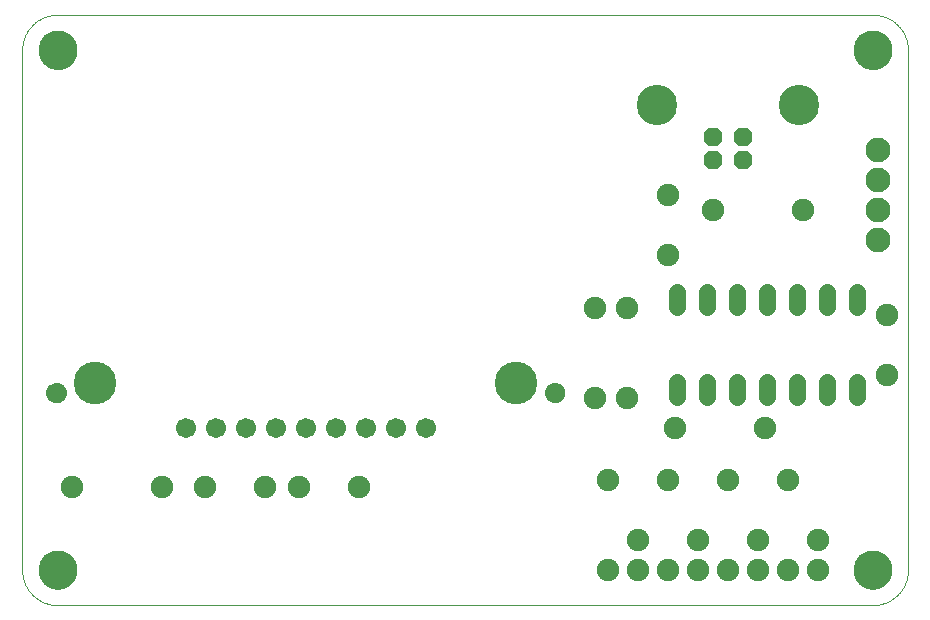
<source format=gbs>
G75*
%MOIN*%
%OFA0B0*%
%FSLAX25Y25*%
%IPPOS*%
%LPD*%
%AMOC8*
5,1,8,0,0,1.08239X$1,22.5*
%
%ADD10C,0.00000*%
%ADD11C,0.12998*%
%ADD12C,0.07487*%
%ADD13C,0.05600*%
%ADD14OC8,0.06140*%
%ADD15C,0.13455*%
%ADD16C,0.08274*%
%ADD17C,0.06699*%
%ADD18C,0.14180*%
D10*
X0017535Y0005724D02*
X0289189Y0005724D01*
X0282890Y0017535D02*
X0282892Y0017693D01*
X0282898Y0017851D01*
X0282908Y0018009D01*
X0282922Y0018167D01*
X0282940Y0018324D01*
X0282961Y0018481D01*
X0282987Y0018637D01*
X0283017Y0018793D01*
X0283050Y0018948D01*
X0283088Y0019101D01*
X0283129Y0019254D01*
X0283174Y0019406D01*
X0283223Y0019557D01*
X0283276Y0019706D01*
X0283332Y0019854D01*
X0283392Y0020000D01*
X0283456Y0020145D01*
X0283524Y0020288D01*
X0283595Y0020430D01*
X0283669Y0020570D01*
X0283747Y0020707D01*
X0283829Y0020843D01*
X0283913Y0020977D01*
X0284002Y0021108D01*
X0284093Y0021237D01*
X0284188Y0021364D01*
X0284285Y0021489D01*
X0284386Y0021611D01*
X0284490Y0021730D01*
X0284597Y0021847D01*
X0284707Y0021961D01*
X0284820Y0022072D01*
X0284935Y0022181D01*
X0285053Y0022286D01*
X0285174Y0022388D01*
X0285297Y0022488D01*
X0285423Y0022584D01*
X0285551Y0022677D01*
X0285681Y0022767D01*
X0285814Y0022853D01*
X0285949Y0022937D01*
X0286085Y0023016D01*
X0286224Y0023093D01*
X0286365Y0023165D01*
X0286507Y0023235D01*
X0286651Y0023300D01*
X0286797Y0023362D01*
X0286944Y0023420D01*
X0287093Y0023475D01*
X0287243Y0023526D01*
X0287394Y0023573D01*
X0287546Y0023616D01*
X0287699Y0023655D01*
X0287854Y0023691D01*
X0288009Y0023722D01*
X0288165Y0023750D01*
X0288321Y0023774D01*
X0288478Y0023794D01*
X0288636Y0023810D01*
X0288793Y0023822D01*
X0288952Y0023830D01*
X0289110Y0023834D01*
X0289268Y0023834D01*
X0289426Y0023830D01*
X0289585Y0023822D01*
X0289742Y0023810D01*
X0289900Y0023794D01*
X0290057Y0023774D01*
X0290213Y0023750D01*
X0290369Y0023722D01*
X0290524Y0023691D01*
X0290679Y0023655D01*
X0290832Y0023616D01*
X0290984Y0023573D01*
X0291135Y0023526D01*
X0291285Y0023475D01*
X0291434Y0023420D01*
X0291581Y0023362D01*
X0291727Y0023300D01*
X0291871Y0023235D01*
X0292013Y0023165D01*
X0292154Y0023093D01*
X0292293Y0023016D01*
X0292429Y0022937D01*
X0292564Y0022853D01*
X0292697Y0022767D01*
X0292827Y0022677D01*
X0292955Y0022584D01*
X0293081Y0022488D01*
X0293204Y0022388D01*
X0293325Y0022286D01*
X0293443Y0022181D01*
X0293558Y0022072D01*
X0293671Y0021961D01*
X0293781Y0021847D01*
X0293888Y0021730D01*
X0293992Y0021611D01*
X0294093Y0021489D01*
X0294190Y0021364D01*
X0294285Y0021237D01*
X0294376Y0021108D01*
X0294465Y0020977D01*
X0294549Y0020843D01*
X0294631Y0020707D01*
X0294709Y0020570D01*
X0294783Y0020430D01*
X0294854Y0020288D01*
X0294922Y0020145D01*
X0294986Y0020000D01*
X0295046Y0019854D01*
X0295102Y0019706D01*
X0295155Y0019557D01*
X0295204Y0019406D01*
X0295249Y0019254D01*
X0295290Y0019101D01*
X0295328Y0018948D01*
X0295361Y0018793D01*
X0295391Y0018637D01*
X0295417Y0018481D01*
X0295438Y0018324D01*
X0295456Y0018167D01*
X0295470Y0018009D01*
X0295480Y0017851D01*
X0295486Y0017693D01*
X0295488Y0017535D01*
X0295486Y0017377D01*
X0295480Y0017219D01*
X0295470Y0017061D01*
X0295456Y0016903D01*
X0295438Y0016746D01*
X0295417Y0016589D01*
X0295391Y0016433D01*
X0295361Y0016277D01*
X0295328Y0016122D01*
X0295290Y0015969D01*
X0295249Y0015816D01*
X0295204Y0015664D01*
X0295155Y0015513D01*
X0295102Y0015364D01*
X0295046Y0015216D01*
X0294986Y0015070D01*
X0294922Y0014925D01*
X0294854Y0014782D01*
X0294783Y0014640D01*
X0294709Y0014500D01*
X0294631Y0014363D01*
X0294549Y0014227D01*
X0294465Y0014093D01*
X0294376Y0013962D01*
X0294285Y0013833D01*
X0294190Y0013706D01*
X0294093Y0013581D01*
X0293992Y0013459D01*
X0293888Y0013340D01*
X0293781Y0013223D01*
X0293671Y0013109D01*
X0293558Y0012998D01*
X0293443Y0012889D01*
X0293325Y0012784D01*
X0293204Y0012682D01*
X0293081Y0012582D01*
X0292955Y0012486D01*
X0292827Y0012393D01*
X0292697Y0012303D01*
X0292564Y0012217D01*
X0292429Y0012133D01*
X0292293Y0012054D01*
X0292154Y0011977D01*
X0292013Y0011905D01*
X0291871Y0011835D01*
X0291727Y0011770D01*
X0291581Y0011708D01*
X0291434Y0011650D01*
X0291285Y0011595D01*
X0291135Y0011544D01*
X0290984Y0011497D01*
X0290832Y0011454D01*
X0290679Y0011415D01*
X0290524Y0011379D01*
X0290369Y0011348D01*
X0290213Y0011320D01*
X0290057Y0011296D01*
X0289900Y0011276D01*
X0289742Y0011260D01*
X0289585Y0011248D01*
X0289426Y0011240D01*
X0289268Y0011236D01*
X0289110Y0011236D01*
X0288952Y0011240D01*
X0288793Y0011248D01*
X0288636Y0011260D01*
X0288478Y0011276D01*
X0288321Y0011296D01*
X0288165Y0011320D01*
X0288009Y0011348D01*
X0287854Y0011379D01*
X0287699Y0011415D01*
X0287546Y0011454D01*
X0287394Y0011497D01*
X0287243Y0011544D01*
X0287093Y0011595D01*
X0286944Y0011650D01*
X0286797Y0011708D01*
X0286651Y0011770D01*
X0286507Y0011835D01*
X0286365Y0011905D01*
X0286224Y0011977D01*
X0286085Y0012054D01*
X0285949Y0012133D01*
X0285814Y0012217D01*
X0285681Y0012303D01*
X0285551Y0012393D01*
X0285423Y0012486D01*
X0285297Y0012582D01*
X0285174Y0012682D01*
X0285053Y0012784D01*
X0284935Y0012889D01*
X0284820Y0012998D01*
X0284707Y0013109D01*
X0284597Y0013223D01*
X0284490Y0013340D01*
X0284386Y0013459D01*
X0284285Y0013581D01*
X0284188Y0013706D01*
X0284093Y0013833D01*
X0284002Y0013962D01*
X0283913Y0014093D01*
X0283829Y0014227D01*
X0283747Y0014363D01*
X0283669Y0014500D01*
X0283595Y0014640D01*
X0283524Y0014782D01*
X0283456Y0014925D01*
X0283392Y0015070D01*
X0283332Y0015216D01*
X0283276Y0015364D01*
X0283223Y0015513D01*
X0283174Y0015664D01*
X0283129Y0015816D01*
X0283088Y0015969D01*
X0283050Y0016122D01*
X0283017Y0016277D01*
X0282987Y0016433D01*
X0282961Y0016589D01*
X0282940Y0016746D01*
X0282922Y0016903D01*
X0282908Y0017061D01*
X0282898Y0017219D01*
X0282892Y0017377D01*
X0282890Y0017535D01*
X0289189Y0005724D02*
X0289474Y0005727D01*
X0289760Y0005738D01*
X0290045Y0005755D01*
X0290329Y0005779D01*
X0290613Y0005810D01*
X0290896Y0005848D01*
X0291177Y0005893D01*
X0291458Y0005944D01*
X0291738Y0006002D01*
X0292016Y0006067D01*
X0292292Y0006139D01*
X0292566Y0006217D01*
X0292839Y0006302D01*
X0293109Y0006394D01*
X0293377Y0006492D01*
X0293643Y0006596D01*
X0293906Y0006707D01*
X0294166Y0006824D01*
X0294424Y0006947D01*
X0294678Y0007077D01*
X0294929Y0007213D01*
X0295177Y0007354D01*
X0295421Y0007502D01*
X0295662Y0007655D01*
X0295898Y0007815D01*
X0296131Y0007980D01*
X0296360Y0008150D01*
X0296585Y0008326D01*
X0296805Y0008508D01*
X0297021Y0008694D01*
X0297232Y0008886D01*
X0297439Y0009083D01*
X0297641Y0009285D01*
X0297838Y0009492D01*
X0298030Y0009703D01*
X0298216Y0009919D01*
X0298398Y0010139D01*
X0298574Y0010364D01*
X0298744Y0010593D01*
X0298909Y0010826D01*
X0299069Y0011062D01*
X0299222Y0011303D01*
X0299370Y0011547D01*
X0299511Y0011795D01*
X0299647Y0012046D01*
X0299777Y0012300D01*
X0299900Y0012558D01*
X0300017Y0012818D01*
X0300128Y0013081D01*
X0300232Y0013347D01*
X0300330Y0013615D01*
X0300422Y0013885D01*
X0300507Y0014158D01*
X0300585Y0014432D01*
X0300657Y0014708D01*
X0300722Y0014986D01*
X0300780Y0015266D01*
X0300831Y0015547D01*
X0300876Y0015828D01*
X0300914Y0016111D01*
X0300945Y0016395D01*
X0300969Y0016679D01*
X0300986Y0016964D01*
X0300997Y0017250D01*
X0301000Y0017535D01*
X0301000Y0190764D01*
X0282890Y0190764D02*
X0282892Y0190922D01*
X0282898Y0191080D01*
X0282908Y0191238D01*
X0282922Y0191396D01*
X0282940Y0191553D01*
X0282961Y0191710D01*
X0282987Y0191866D01*
X0283017Y0192022D01*
X0283050Y0192177D01*
X0283088Y0192330D01*
X0283129Y0192483D01*
X0283174Y0192635D01*
X0283223Y0192786D01*
X0283276Y0192935D01*
X0283332Y0193083D01*
X0283392Y0193229D01*
X0283456Y0193374D01*
X0283524Y0193517D01*
X0283595Y0193659D01*
X0283669Y0193799D01*
X0283747Y0193936D01*
X0283829Y0194072D01*
X0283913Y0194206D01*
X0284002Y0194337D01*
X0284093Y0194466D01*
X0284188Y0194593D01*
X0284285Y0194718D01*
X0284386Y0194840D01*
X0284490Y0194959D01*
X0284597Y0195076D01*
X0284707Y0195190D01*
X0284820Y0195301D01*
X0284935Y0195410D01*
X0285053Y0195515D01*
X0285174Y0195617D01*
X0285297Y0195717D01*
X0285423Y0195813D01*
X0285551Y0195906D01*
X0285681Y0195996D01*
X0285814Y0196082D01*
X0285949Y0196166D01*
X0286085Y0196245D01*
X0286224Y0196322D01*
X0286365Y0196394D01*
X0286507Y0196464D01*
X0286651Y0196529D01*
X0286797Y0196591D01*
X0286944Y0196649D01*
X0287093Y0196704D01*
X0287243Y0196755D01*
X0287394Y0196802D01*
X0287546Y0196845D01*
X0287699Y0196884D01*
X0287854Y0196920D01*
X0288009Y0196951D01*
X0288165Y0196979D01*
X0288321Y0197003D01*
X0288478Y0197023D01*
X0288636Y0197039D01*
X0288793Y0197051D01*
X0288952Y0197059D01*
X0289110Y0197063D01*
X0289268Y0197063D01*
X0289426Y0197059D01*
X0289585Y0197051D01*
X0289742Y0197039D01*
X0289900Y0197023D01*
X0290057Y0197003D01*
X0290213Y0196979D01*
X0290369Y0196951D01*
X0290524Y0196920D01*
X0290679Y0196884D01*
X0290832Y0196845D01*
X0290984Y0196802D01*
X0291135Y0196755D01*
X0291285Y0196704D01*
X0291434Y0196649D01*
X0291581Y0196591D01*
X0291727Y0196529D01*
X0291871Y0196464D01*
X0292013Y0196394D01*
X0292154Y0196322D01*
X0292293Y0196245D01*
X0292429Y0196166D01*
X0292564Y0196082D01*
X0292697Y0195996D01*
X0292827Y0195906D01*
X0292955Y0195813D01*
X0293081Y0195717D01*
X0293204Y0195617D01*
X0293325Y0195515D01*
X0293443Y0195410D01*
X0293558Y0195301D01*
X0293671Y0195190D01*
X0293781Y0195076D01*
X0293888Y0194959D01*
X0293992Y0194840D01*
X0294093Y0194718D01*
X0294190Y0194593D01*
X0294285Y0194466D01*
X0294376Y0194337D01*
X0294465Y0194206D01*
X0294549Y0194072D01*
X0294631Y0193936D01*
X0294709Y0193799D01*
X0294783Y0193659D01*
X0294854Y0193517D01*
X0294922Y0193374D01*
X0294986Y0193229D01*
X0295046Y0193083D01*
X0295102Y0192935D01*
X0295155Y0192786D01*
X0295204Y0192635D01*
X0295249Y0192483D01*
X0295290Y0192330D01*
X0295328Y0192177D01*
X0295361Y0192022D01*
X0295391Y0191866D01*
X0295417Y0191710D01*
X0295438Y0191553D01*
X0295456Y0191396D01*
X0295470Y0191238D01*
X0295480Y0191080D01*
X0295486Y0190922D01*
X0295488Y0190764D01*
X0295486Y0190606D01*
X0295480Y0190448D01*
X0295470Y0190290D01*
X0295456Y0190132D01*
X0295438Y0189975D01*
X0295417Y0189818D01*
X0295391Y0189662D01*
X0295361Y0189506D01*
X0295328Y0189351D01*
X0295290Y0189198D01*
X0295249Y0189045D01*
X0295204Y0188893D01*
X0295155Y0188742D01*
X0295102Y0188593D01*
X0295046Y0188445D01*
X0294986Y0188299D01*
X0294922Y0188154D01*
X0294854Y0188011D01*
X0294783Y0187869D01*
X0294709Y0187729D01*
X0294631Y0187592D01*
X0294549Y0187456D01*
X0294465Y0187322D01*
X0294376Y0187191D01*
X0294285Y0187062D01*
X0294190Y0186935D01*
X0294093Y0186810D01*
X0293992Y0186688D01*
X0293888Y0186569D01*
X0293781Y0186452D01*
X0293671Y0186338D01*
X0293558Y0186227D01*
X0293443Y0186118D01*
X0293325Y0186013D01*
X0293204Y0185911D01*
X0293081Y0185811D01*
X0292955Y0185715D01*
X0292827Y0185622D01*
X0292697Y0185532D01*
X0292564Y0185446D01*
X0292429Y0185362D01*
X0292293Y0185283D01*
X0292154Y0185206D01*
X0292013Y0185134D01*
X0291871Y0185064D01*
X0291727Y0184999D01*
X0291581Y0184937D01*
X0291434Y0184879D01*
X0291285Y0184824D01*
X0291135Y0184773D01*
X0290984Y0184726D01*
X0290832Y0184683D01*
X0290679Y0184644D01*
X0290524Y0184608D01*
X0290369Y0184577D01*
X0290213Y0184549D01*
X0290057Y0184525D01*
X0289900Y0184505D01*
X0289742Y0184489D01*
X0289585Y0184477D01*
X0289426Y0184469D01*
X0289268Y0184465D01*
X0289110Y0184465D01*
X0288952Y0184469D01*
X0288793Y0184477D01*
X0288636Y0184489D01*
X0288478Y0184505D01*
X0288321Y0184525D01*
X0288165Y0184549D01*
X0288009Y0184577D01*
X0287854Y0184608D01*
X0287699Y0184644D01*
X0287546Y0184683D01*
X0287394Y0184726D01*
X0287243Y0184773D01*
X0287093Y0184824D01*
X0286944Y0184879D01*
X0286797Y0184937D01*
X0286651Y0184999D01*
X0286507Y0185064D01*
X0286365Y0185134D01*
X0286224Y0185206D01*
X0286085Y0185283D01*
X0285949Y0185362D01*
X0285814Y0185446D01*
X0285681Y0185532D01*
X0285551Y0185622D01*
X0285423Y0185715D01*
X0285297Y0185811D01*
X0285174Y0185911D01*
X0285053Y0186013D01*
X0284935Y0186118D01*
X0284820Y0186227D01*
X0284707Y0186338D01*
X0284597Y0186452D01*
X0284490Y0186569D01*
X0284386Y0186688D01*
X0284285Y0186810D01*
X0284188Y0186935D01*
X0284093Y0187062D01*
X0284002Y0187191D01*
X0283913Y0187322D01*
X0283829Y0187456D01*
X0283747Y0187592D01*
X0283669Y0187729D01*
X0283595Y0187869D01*
X0283524Y0188011D01*
X0283456Y0188154D01*
X0283392Y0188299D01*
X0283332Y0188445D01*
X0283276Y0188593D01*
X0283223Y0188742D01*
X0283174Y0188893D01*
X0283129Y0189045D01*
X0283088Y0189198D01*
X0283050Y0189351D01*
X0283017Y0189506D01*
X0282987Y0189662D01*
X0282961Y0189818D01*
X0282940Y0189975D01*
X0282922Y0190132D01*
X0282908Y0190290D01*
X0282898Y0190448D01*
X0282892Y0190606D01*
X0282890Y0190764D01*
X0289189Y0202575D02*
X0289474Y0202572D01*
X0289760Y0202561D01*
X0290045Y0202544D01*
X0290329Y0202520D01*
X0290613Y0202489D01*
X0290896Y0202451D01*
X0291177Y0202406D01*
X0291458Y0202355D01*
X0291738Y0202297D01*
X0292016Y0202232D01*
X0292292Y0202160D01*
X0292566Y0202082D01*
X0292839Y0201997D01*
X0293109Y0201905D01*
X0293377Y0201807D01*
X0293643Y0201703D01*
X0293906Y0201592D01*
X0294166Y0201475D01*
X0294424Y0201352D01*
X0294678Y0201222D01*
X0294929Y0201086D01*
X0295177Y0200945D01*
X0295421Y0200797D01*
X0295662Y0200644D01*
X0295898Y0200484D01*
X0296131Y0200319D01*
X0296360Y0200149D01*
X0296585Y0199973D01*
X0296805Y0199791D01*
X0297021Y0199605D01*
X0297232Y0199413D01*
X0297439Y0199216D01*
X0297641Y0199014D01*
X0297838Y0198807D01*
X0298030Y0198596D01*
X0298216Y0198380D01*
X0298398Y0198160D01*
X0298574Y0197935D01*
X0298744Y0197706D01*
X0298909Y0197473D01*
X0299069Y0197237D01*
X0299222Y0196996D01*
X0299370Y0196752D01*
X0299511Y0196504D01*
X0299647Y0196253D01*
X0299777Y0195999D01*
X0299900Y0195741D01*
X0300017Y0195481D01*
X0300128Y0195218D01*
X0300232Y0194952D01*
X0300330Y0194684D01*
X0300422Y0194414D01*
X0300507Y0194141D01*
X0300585Y0193867D01*
X0300657Y0193591D01*
X0300722Y0193313D01*
X0300780Y0193033D01*
X0300831Y0192752D01*
X0300876Y0192471D01*
X0300914Y0192188D01*
X0300945Y0191904D01*
X0300969Y0191620D01*
X0300986Y0191335D01*
X0300997Y0191049D01*
X0301000Y0190764D01*
X0289189Y0202575D02*
X0017535Y0202575D01*
X0011236Y0190764D02*
X0011238Y0190922D01*
X0011244Y0191080D01*
X0011254Y0191238D01*
X0011268Y0191396D01*
X0011286Y0191553D01*
X0011307Y0191710D01*
X0011333Y0191866D01*
X0011363Y0192022D01*
X0011396Y0192177D01*
X0011434Y0192330D01*
X0011475Y0192483D01*
X0011520Y0192635D01*
X0011569Y0192786D01*
X0011622Y0192935D01*
X0011678Y0193083D01*
X0011738Y0193229D01*
X0011802Y0193374D01*
X0011870Y0193517D01*
X0011941Y0193659D01*
X0012015Y0193799D01*
X0012093Y0193936D01*
X0012175Y0194072D01*
X0012259Y0194206D01*
X0012348Y0194337D01*
X0012439Y0194466D01*
X0012534Y0194593D01*
X0012631Y0194718D01*
X0012732Y0194840D01*
X0012836Y0194959D01*
X0012943Y0195076D01*
X0013053Y0195190D01*
X0013166Y0195301D01*
X0013281Y0195410D01*
X0013399Y0195515D01*
X0013520Y0195617D01*
X0013643Y0195717D01*
X0013769Y0195813D01*
X0013897Y0195906D01*
X0014027Y0195996D01*
X0014160Y0196082D01*
X0014295Y0196166D01*
X0014431Y0196245D01*
X0014570Y0196322D01*
X0014711Y0196394D01*
X0014853Y0196464D01*
X0014997Y0196529D01*
X0015143Y0196591D01*
X0015290Y0196649D01*
X0015439Y0196704D01*
X0015589Y0196755D01*
X0015740Y0196802D01*
X0015892Y0196845D01*
X0016045Y0196884D01*
X0016200Y0196920D01*
X0016355Y0196951D01*
X0016511Y0196979D01*
X0016667Y0197003D01*
X0016824Y0197023D01*
X0016982Y0197039D01*
X0017139Y0197051D01*
X0017298Y0197059D01*
X0017456Y0197063D01*
X0017614Y0197063D01*
X0017772Y0197059D01*
X0017931Y0197051D01*
X0018088Y0197039D01*
X0018246Y0197023D01*
X0018403Y0197003D01*
X0018559Y0196979D01*
X0018715Y0196951D01*
X0018870Y0196920D01*
X0019025Y0196884D01*
X0019178Y0196845D01*
X0019330Y0196802D01*
X0019481Y0196755D01*
X0019631Y0196704D01*
X0019780Y0196649D01*
X0019927Y0196591D01*
X0020073Y0196529D01*
X0020217Y0196464D01*
X0020359Y0196394D01*
X0020500Y0196322D01*
X0020639Y0196245D01*
X0020775Y0196166D01*
X0020910Y0196082D01*
X0021043Y0195996D01*
X0021173Y0195906D01*
X0021301Y0195813D01*
X0021427Y0195717D01*
X0021550Y0195617D01*
X0021671Y0195515D01*
X0021789Y0195410D01*
X0021904Y0195301D01*
X0022017Y0195190D01*
X0022127Y0195076D01*
X0022234Y0194959D01*
X0022338Y0194840D01*
X0022439Y0194718D01*
X0022536Y0194593D01*
X0022631Y0194466D01*
X0022722Y0194337D01*
X0022811Y0194206D01*
X0022895Y0194072D01*
X0022977Y0193936D01*
X0023055Y0193799D01*
X0023129Y0193659D01*
X0023200Y0193517D01*
X0023268Y0193374D01*
X0023332Y0193229D01*
X0023392Y0193083D01*
X0023448Y0192935D01*
X0023501Y0192786D01*
X0023550Y0192635D01*
X0023595Y0192483D01*
X0023636Y0192330D01*
X0023674Y0192177D01*
X0023707Y0192022D01*
X0023737Y0191866D01*
X0023763Y0191710D01*
X0023784Y0191553D01*
X0023802Y0191396D01*
X0023816Y0191238D01*
X0023826Y0191080D01*
X0023832Y0190922D01*
X0023834Y0190764D01*
X0023832Y0190606D01*
X0023826Y0190448D01*
X0023816Y0190290D01*
X0023802Y0190132D01*
X0023784Y0189975D01*
X0023763Y0189818D01*
X0023737Y0189662D01*
X0023707Y0189506D01*
X0023674Y0189351D01*
X0023636Y0189198D01*
X0023595Y0189045D01*
X0023550Y0188893D01*
X0023501Y0188742D01*
X0023448Y0188593D01*
X0023392Y0188445D01*
X0023332Y0188299D01*
X0023268Y0188154D01*
X0023200Y0188011D01*
X0023129Y0187869D01*
X0023055Y0187729D01*
X0022977Y0187592D01*
X0022895Y0187456D01*
X0022811Y0187322D01*
X0022722Y0187191D01*
X0022631Y0187062D01*
X0022536Y0186935D01*
X0022439Y0186810D01*
X0022338Y0186688D01*
X0022234Y0186569D01*
X0022127Y0186452D01*
X0022017Y0186338D01*
X0021904Y0186227D01*
X0021789Y0186118D01*
X0021671Y0186013D01*
X0021550Y0185911D01*
X0021427Y0185811D01*
X0021301Y0185715D01*
X0021173Y0185622D01*
X0021043Y0185532D01*
X0020910Y0185446D01*
X0020775Y0185362D01*
X0020639Y0185283D01*
X0020500Y0185206D01*
X0020359Y0185134D01*
X0020217Y0185064D01*
X0020073Y0184999D01*
X0019927Y0184937D01*
X0019780Y0184879D01*
X0019631Y0184824D01*
X0019481Y0184773D01*
X0019330Y0184726D01*
X0019178Y0184683D01*
X0019025Y0184644D01*
X0018870Y0184608D01*
X0018715Y0184577D01*
X0018559Y0184549D01*
X0018403Y0184525D01*
X0018246Y0184505D01*
X0018088Y0184489D01*
X0017931Y0184477D01*
X0017772Y0184469D01*
X0017614Y0184465D01*
X0017456Y0184465D01*
X0017298Y0184469D01*
X0017139Y0184477D01*
X0016982Y0184489D01*
X0016824Y0184505D01*
X0016667Y0184525D01*
X0016511Y0184549D01*
X0016355Y0184577D01*
X0016200Y0184608D01*
X0016045Y0184644D01*
X0015892Y0184683D01*
X0015740Y0184726D01*
X0015589Y0184773D01*
X0015439Y0184824D01*
X0015290Y0184879D01*
X0015143Y0184937D01*
X0014997Y0184999D01*
X0014853Y0185064D01*
X0014711Y0185134D01*
X0014570Y0185206D01*
X0014431Y0185283D01*
X0014295Y0185362D01*
X0014160Y0185446D01*
X0014027Y0185532D01*
X0013897Y0185622D01*
X0013769Y0185715D01*
X0013643Y0185811D01*
X0013520Y0185911D01*
X0013399Y0186013D01*
X0013281Y0186118D01*
X0013166Y0186227D01*
X0013053Y0186338D01*
X0012943Y0186452D01*
X0012836Y0186569D01*
X0012732Y0186688D01*
X0012631Y0186810D01*
X0012534Y0186935D01*
X0012439Y0187062D01*
X0012348Y0187191D01*
X0012259Y0187322D01*
X0012175Y0187456D01*
X0012093Y0187592D01*
X0012015Y0187729D01*
X0011941Y0187869D01*
X0011870Y0188011D01*
X0011802Y0188154D01*
X0011738Y0188299D01*
X0011678Y0188445D01*
X0011622Y0188593D01*
X0011569Y0188742D01*
X0011520Y0188893D01*
X0011475Y0189045D01*
X0011434Y0189198D01*
X0011396Y0189351D01*
X0011363Y0189506D01*
X0011333Y0189662D01*
X0011307Y0189818D01*
X0011286Y0189975D01*
X0011268Y0190132D01*
X0011254Y0190290D01*
X0011244Y0190448D01*
X0011238Y0190606D01*
X0011236Y0190764D01*
X0005724Y0190764D02*
X0005724Y0017535D01*
X0011236Y0017535D02*
X0011238Y0017693D01*
X0011244Y0017851D01*
X0011254Y0018009D01*
X0011268Y0018167D01*
X0011286Y0018324D01*
X0011307Y0018481D01*
X0011333Y0018637D01*
X0011363Y0018793D01*
X0011396Y0018948D01*
X0011434Y0019101D01*
X0011475Y0019254D01*
X0011520Y0019406D01*
X0011569Y0019557D01*
X0011622Y0019706D01*
X0011678Y0019854D01*
X0011738Y0020000D01*
X0011802Y0020145D01*
X0011870Y0020288D01*
X0011941Y0020430D01*
X0012015Y0020570D01*
X0012093Y0020707D01*
X0012175Y0020843D01*
X0012259Y0020977D01*
X0012348Y0021108D01*
X0012439Y0021237D01*
X0012534Y0021364D01*
X0012631Y0021489D01*
X0012732Y0021611D01*
X0012836Y0021730D01*
X0012943Y0021847D01*
X0013053Y0021961D01*
X0013166Y0022072D01*
X0013281Y0022181D01*
X0013399Y0022286D01*
X0013520Y0022388D01*
X0013643Y0022488D01*
X0013769Y0022584D01*
X0013897Y0022677D01*
X0014027Y0022767D01*
X0014160Y0022853D01*
X0014295Y0022937D01*
X0014431Y0023016D01*
X0014570Y0023093D01*
X0014711Y0023165D01*
X0014853Y0023235D01*
X0014997Y0023300D01*
X0015143Y0023362D01*
X0015290Y0023420D01*
X0015439Y0023475D01*
X0015589Y0023526D01*
X0015740Y0023573D01*
X0015892Y0023616D01*
X0016045Y0023655D01*
X0016200Y0023691D01*
X0016355Y0023722D01*
X0016511Y0023750D01*
X0016667Y0023774D01*
X0016824Y0023794D01*
X0016982Y0023810D01*
X0017139Y0023822D01*
X0017298Y0023830D01*
X0017456Y0023834D01*
X0017614Y0023834D01*
X0017772Y0023830D01*
X0017931Y0023822D01*
X0018088Y0023810D01*
X0018246Y0023794D01*
X0018403Y0023774D01*
X0018559Y0023750D01*
X0018715Y0023722D01*
X0018870Y0023691D01*
X0019025Y0023655D01*
X0019178Y0023616D01*
X0019330Y0023573D01*
X0019481Y0023526D01*
X0019631Y0023475D01*
X0019780Y0023420D01*
X0019927Y0023362D01*
X0020073Y0023300D01*
X0020217Y0023235D01*
X0020359Y0023165D01*
X0020500Y0023093D01*
X0020639Y0023016D01*
X0020775Y0022937D01*
X0020910Y0022853D01*
X0021043Y0022767D01*
X0021173Y0022677D01*
X0021301Y0022584D01*
X0021427Y0022488D01*
X0021550Y0022388D01*
X0021671Y0022286D01*
X0021789Y0022181D01*
X0021904Y0022072D01*
X0022017Y0021961D01*
X0022127Y0021847D01*
X0022234Y0021730D01*
X0022338Y0021611D01*
X0022439Y0021489D01*
X0022536Y0021364D01*
X0022631Y0021237D01*
X0022722Y0021108D01*
X0022811Y0020977D01*
X0022895Y0020843D01*
X0022977Y0020707D01*
X0023055Y0020570D01*
X0023129Y0020430D01*
X0023200Y0020288D01*
X0023268Y0020145D01*
X0023332Y0020000D01*
X0023392Y0019854D01*
X0023448Y0019706D01*
X0023501Y0019557D01*
X0023550Y0019406D01*
X0023595Y0019254D01*
X0023636Y0019101D01*
X0023674Y0018948D01*
X0023707Y0018793D01*
X0023737Y0018637D01*
X0023763Y0018481D01*
X0023784Y0018324D01*
X0023802Y0018167D01*
X0023816Y0018009D01*
X0023826Y0017851D01*
X0023832Y0017693D01*
X0023834Y0017535D01*
X0023832Y0017377D01*
X0023826Y0017219D01*
X0023816Y0017061D01*
X0023802Y0016903D01*
X0023784Y0016746D01*
X0023763Y0016589D01*
X0023737Y0016433D01*
X0023707Y0016277D01*
X0023674Y0016122D01*
X0023636Y0015969D01*
X0023595Y0015816D01*
X0023550Y0015664D01*
X0023501Y0015513D01*
X0023448Y0015364D01*
X0023392Y0015216D01*
X0023332Y0015070D01*
X0023268Y0014925D01*
X0023200Y0014782D01*
X0023129Y0014640D01*
X0023055Y0014500D01*
X0022977Y0014363D01*
X0022895Y0014227D01*
X0022811Y0014093D01*
X0022722Y0013962D01*
X0022631Y0013833D01*
X0022536Y0013706D01*
X0022439Y0013581D01*
X0022338Y0013459D01*
X0022234Y0013340D01*
X0022127Y0013223D01*
X0022017Y0013109D01*
X0021904Y0012998D01*
X0021789Y0012889D01*
X0021671Y0012784D01*
X0021550Y0012682D01*
X0021427Y0012582D01*
X0021301Y0012486D01*
X0021173Y0012393D01*
X0021043Y0012303D01*
X0020910Y0012217D01*
X0020775Y0012133D01*
X0020639Y0012054D01*
X0020500Y0011977D01*
X0020359Y0011905D01*
X0020217Y0011835D01*
X0020073Y0011770D01*
X0019927Y0011708D01*
X0019780Y0011650D01*
X0019631Y0011595D01*
X0019481Y0011544D01*
X0019330Y0011497D01*
X0019178Y0011454D01*
X0019025Y0011415D01*
X0018870Y0011379D01*
X0018715Y0011348D01*
X0018559Y0011320D01*
X0018403Y0011296D01*
X0018246Y0011276D01*
X0018088Y0011260D01*
X0017931Y0011248D01*
X0017772Y0011240D01*
X0017614Y0011236D01*
X0017456Y0011236D01*
X0017298Y0011240D01*
X0017139Y0011248D01*
X0016982Y0011260D01*
X0016824Y0011276D01*
X0016667Y0011296D01*
X0016511Y0011320D01*
X0016355Y0011348D01*
X0016200Y0011379D01*
X0016045Y0011415D01*
X0015892Y0011454D01*
X0015740Y0011497D01*
X0015589Y0011544D01*
X0015439Y0011595D01*
X0015290Y0011650D01*
X0015143Y0011708D01*
X0014997Y0011770D01*
X0014853Y0011835D01*
X0014711Y0011905D01*
X0014570Y0011977D01*
X0014431Y0012054D01*
X0014295Y0012133D01*
X0014160Y0012217D01*
X0014027Y0012303D01*
X0013897Y0012393D01*
X0013769Y0012486D01*
X0013643Y0012582D01*
X0013520Y0012682D01*
X0013399Y0012784D01*
X0013281Y0012889D01*
X0013166Y0012998D01*
X0013053Y0013109D01*
X0012943Y0013223D01*
X0012836Y0013340D01*
X0012732Y0013459D01*
X0012631Y0013581D01*
X0012534Y0013706D01*
X0012439Y0013833D01*
X0012348Y0013962D01*
X0012259Y0014093D01*
X0012175Y0014227D01*
X0012093Y0014363D01*
X0012015Y0014500D01*
X0011941Y0014640D01*
X0011870Y0014782D01*
X0011802Y0014925D01*
X0011738Y0015070D01*
X0011678Y0015216D01*
X0011622Y0015364D01*
X0011569Y0015513D01*
X0011520Y0015664D01*
X0011475Y0015816D01*
X0011434Y0015969D01*
X0011396Y0016122D01*
X0011363Y0016277D01*
X0011333Y0016433D01*
X0011307Y0016589D01*
X0011286Y0016746D01*
X0011268Y0016903D01*
X0011254Y0017061D01*
X0011244Y0017219D01*
X0011238Y0017377D01*
X0011236Y0017535D01*
X0005724Y0017535D02*
X0005727Y0017250D01*
X0005738Y0016964D01*
X0005755Y0016679D01*
X0005779Y0016395D01*
X0005810Y0016111D01*
X0005848Y0015828D01*
X0005893Y0015547D01*
X0005944Y0015266D01*
X0006002Y0014986D01*
X0006067Y0014708D01*
X0006139Y0014432D01*
X0006217Y0014158D01*
X0006302Y0013885D01*
X0006394Y0013615D01*
X0006492Y0013347D01*
X0006596Y0013081D01*
X0006707Y0012818D01*
X0006824Y0012558D01*
X0006947Y0012300D01*
X0007077Y0012046D01*
X0007213Y0011795D01*
X0007354Y0011547D01*
X0007502Y0011303D01*
X0007655Y0011062D01*
X0007815Y0010826D01*
X0007980Y0010593D01*
X0008150Y0010364D01*
X0008326Y0010139D01*
X0008508Y0009919D01*
X0008694Y0009703D01*
X0008886Y0009492D01*
X0009083Y0009285D01*
X0009285Y0009083D01*
X0009492Y0008886D01*
X0009703Y0008694D01*
X0009919Y0008508D01*
X0010139Y0008326D01*
X0010364Y0008150D01*
X0010593Y0007980D01*
X0010826Y0007815D01*
X0011062Y0007655D01*
X0011303Y0007502D01*
X0011547Y0007354D01*
X0011795Y0007213D01*
X0012046Y0007077D01*
X0012300Y0006947D01*
X0012558Y0006824D01*
X0012818Y0006707D01*
X0013081Y0006596D01*
X0013347Y0006492D01*
X0013615Y0006394D01*
X0013885Y0006302D01*
X0014158Y0006217D01*
X0014432Y0006139D01*
X0014708Y0006067D01*
X0014986Y0006002D01*
X0015266Y0005944D01*
X0015547Y0005893D01*
X0015828Y0005848D01*
X0016111Y0005810D01*
X0016395Y0005779D01*
X0016679Y0005755D01*
X0016964Y0005738D01*
X0017250Y0005727D01*
X0017535Y0005724D01*
X0013992Y0076591D02*
X0013994Y0076703D01*
X0014000Y0076814D01*
X0014010Y0076926D01*
X0014024Y0077037D01*
X0014041Y0077147D01*
X0014063Y0077257D01*
X0014089Y0077366D01*
X0014118Y0077474D01*
X0014151Y0077580D01*
X0014188Y0077686D01*
X0014229Y0077790D01*
X0014274Y0077893D01*
X0014322Y0077994D01*
X0014373Y0078093D01*
X0014428Y0078190D01*
X0014487Y0078285D01*
X0014548Y0078379D01*
X0014613Y0078470D01*
X0014682Y0078558D01*
X0014753Y0078644D01*
X0014827Y0078728D01*
X0014905Y0078808D01*
X0014985Y0078886D01*
X0015068Y0078962D01*
X0015153Y0079034D01*
X0015241Y0079103D01*
X0015331Y0079169D01*
X0015424Y0079231D01*
X0015519Y0079291D01*
X0015616Y0079347D01*
X0015714Y0079399D01*
X0015815Y0079448D01*
X0015917Y0079493D01*
X0016021Y0079535D01*
X0016126Y0079573D01*
X0016233Y0079607D01*
X0016340Y0079637D01*
X0016449Y0079664D01*
X0016558Y0079686D01*
X0016669Y0079705D01*
X0016779Y0079720D01*
X0016891Y0079731D01*
X0017002Y0079738D01*
X0017114Y0079741D01*
X0017226Y0079740D01*
X0017338Y0079735D01*
X0017449Y0079726D01*
X0017560Y0079713D01*
X0017671Y0079696D01*
X0017781Y0079676D01*
X0017890Y0079651D01*
X0017998Y0079623D01*
X0018105Y0079590D01*
X0018211Y0079554D01*
X0018315Y0079514D01*
X0018418Y0079471D01*
X0018520Y0079424D01*
X0018619Y0079373D01*
X0018717Y0079319D01*
X0018813Y0079261D01*
X0018907Y0079200D01*
X0018998Y0079136D01*
X0019087Y0079069D01*
X0019174Y0078998D01*
X0019258Y0078924D01*
X0019340Y0078848D01*
X0019418Y0078768D01*
X0019494Y0078686D01*
X0019567Y0078601D01*
X0019637Y0078514D01*
X0019703Y0078424D01*
X0019767Y0078332D01*
X0019827Y0078238D01*
X0019884Y0078142D01*
X0019937Y0078043D01*
X0019987Y0077943D01*
X0020033Y0077842D01*
X0020076Y0077738D01*
X0020115Y0077633D01*
X0020150Y0077527D01*
X0020181Y0077420D01*
X0020209Y0077311D01*
X0020232Y0077202D01*
X0020252Y0077092D01*
X0020268Y0076981D01*
X0020280Y0076870D01*
X0020288Y0076759D01*
X0020292Y0076647D01*
X0020292Y0076535D01*
X0020288Y0076423D01*
X0020280Y0076312D01*
X0020268Y0076201D01*
X0020252Y0076090D01*
X0020232Y0075980D01*
X0020209Y0075871D01*
X0020181Y0075762D01*
X0020150Y0075655D01*
X0020115Y0075549D01*
X0020076Y0075444D01*
X0020033Y0075340D01*
X0019987Y0075239D01*
X0019937Y0075139D01*
X0019884Y0075040D01*
X0019827Y0074944D01*
X0019767Y0074850D01*
X0019703Y0074758D01*
X0019637Y0074668D01*
X0019567Y0074581D01*
X0019494Y0074496D01*
X0019418Y0074414D01*
X0019340Y0074334D01*
X0019258Y0074258D01*
X0019174Y0074184D01*
X0019087Y0074113D01*
X0018998Y0074046D01*
X0018907Y0073982D01*
X0018813Y0073921D01*
X0018717Y0073863D01*
X0018619Y0073809D01*
X0018520Y0073758D01*
X0018418Y0073711D01*
X0018315Y0073668D01*
X0018211Y0073628D01*
X0018105Y0073592D01*
X0017998Y0073559D01*
X0017890Y0073531D01*
X0017781Y0073506D01*
X0017671Y0073486D01*
X0017560Y0073469D01*
X0017449Y0073456D01*
X0017338Y0073447D01*
X0017226Y0073442D01*
X0017114Y0073441D01*
X0017002Y0073444D01*
X0016891Y0073451D01*
X0016779Y0073462D01*
X0016669Y0073477D01*
X0016558Y0073496D01*
X0016449Y0073518D01*
X0016340Y0073545D01*
X0016233Y0073575D01*
X0016126Y0073609D01*
X0016021Y0073647D01*
X0015917Y0073689D01*
X0015815Y0073734D01*
X0015714Y0073783D01*
X0015616Y0073835D01*
X0015519Y0073891D01*
X0015424Y0073951D01*
X0015331Y0074013D01*
X0015241Y0074079D01*
X0015153Y0074148D01*
X0015068Y0074220D01*
X0014985Y0074296D01*
X0014905Y0074374D01*
X0014827Y0074454D01*
X0014753Y0074538D01*
X0014682Y0074624D01*
X0014613Y0074712D01*
X0014548Y0074803D01*
X0014487Y0074897D01*
X0014428Y0074992D01*
X0014373Y0075089D01*
X0014322Y0075188D01*
X0014274Y0075289D01*
X0014229Y0075392D01*
X0014188Y0075496D01*
X0014151Y0075602D01*
X0014118Y0075708D01*
X0014089Y0075816D01*
X0014063Y0075925D01*
X0014041Y0076035D01*
X0014024Y0076145D01*
X0014010Y0076256D01*
X0014000Y0076368D01*
X0013994Y0076479D01*
X0013992Y0076591D01*
X0005724Y0190764D02*
X0005727Y0191049D01*
X0005738Y0191335D01*
X0005755Y0191620D01*
X0005779Y0191904D01*
X0005810Y0192188D01*
X0005848Y0192471D01*
X0005893Y0192752D01*
X0005944Y0193033D01*
X0006002Y0193313D01*
X0006067Y0193591D01*
X0006139Y0193867D01*
X0006217Y0194141D01*
X0006302Y0194414D01*
X0006394Y0194684D01*
X0006492Y0194952D01*
X0006596Y0195218D01*
X0006707Y0195481D01*
X0006824Y0195741D01*
X0006947Y0195999D01*
X0007077Y0196253D01*
X0007213Y0196504D01*
X0007354Y0196752D01*
X0007502Y0196996D01*
X0007655Y0197237D01*
X0007815Y0197473D01*
X0007980Y0197706D01*
X0008150Y0197935D01*
X0008326Y0198160D01*
X0008508Y0198380D01*
X0008694Y0198596D01*
X0008886Y0198807D01*
X0009083Y0199014D01*
X0009285Y0199216D01*
X0009492Y0199413D01*
X0009703Y0199605D01*
X0009919Y0199791D01*
X0010139Y0199973D01*
X0010364Y0200149D01*
X0010593Y0200319D01*
X0010826Y0200484D01*
X0011062Y0200644D01*
X0011303Y0200797D01*
X0011547Y0200945D01*
X0011795Y0201086D01*
X0012046Y0201222D01*
X0012300Y0201352D01*
X0012558Y0201475D01*
X0012818Y0201592D01*
X0013081Y0201703D01*
X0013347Y0201807D01*
X0013615Y0201905D01*
X0013885Y0201997D01*
X0014158Y0202082D01*
X0014432Y0202160D01*
X0014708Y0202232D01*
X0014986Y0202297D01*
X0015266Y0202355D01*
X0015547Y0202406D01*
X0015828Y0202451D01*
X0016111Y0202489D01*
X0016395Y0202520D01*
X0016679Y0202544D01*
X0016964Y0202561D01*
X0017250Y0202572D01*
X0017535Y0202575D01*
X0180133Y0076591D02*
X0180135Y0076703D01*
X0180141Y0076814D01*
X0180151Y0076926D01*
X0180165Y0077037D01*
X0180182Y0077147D01*
X0180204Y0077257D01*
X0180230Y0077366D01*
X0180259Y0077474D01*
X0180292Y0077580D01*
X0180329Y0077686D01*
X0180370Y0077790D01*
X0180415Y0077893D01*
X0180463Y0077994D01*
X0180514Y0078093D01*
X0180569Y0078190D01*
X0180628Y0078285D01*
X0180689Y0078379D01*
X0180754Y0078470D01*
X0180823Y0078558D01*
X0180894Y0078644D01*
X0180968Y0078728D01*
X0181046Y0078808D01*
X0181126Y0078886D01*
X0181209Y0078962D01*
X0181294Y0079034D01*
X0181382Y0079103D01*
X0181472Y0079169D01*
X0181565Y0079231D01*
X0181660Y0079291D01*
X0181757Y0079347D01*
X0181855Y0079399D01*
X0181956Y0079448D01*
X0182058Y0079493D01*
X0182162Y0079535D01*
X0182267Y0079573D01*
X0182374Y0079607D01*
X0182481Y0079637D01*
X0182590Y0079664D01*
X0182699Y0079686D01*
X0182810Y0079705D01*
X0182920Y0079720D01*
X0183032Y0079731D01*
X0183143Y0079738D01*
X0183255Y0079741D01*
X0183367Y0079740D01*
X0183479Y0079735D01*
X0183590Y0079726D01*
X0183701Y0079713D01*
X0183812Y0079696D01*
X0183922Y0079676D01*
X0184031Y0079651D01*
X0184139Y0079623D01*
X0184246Y0079590D01*
X0184352Y0079554D01*
X0184456Y0079514D01*
X0184559Y0079471D01*
X0184661Y0079424D01*
X0184760Y0079373D01*
X0184858Y0079319D01*
X0184954Y0079261D01*
X0185048Y0079200D01*
X0185139Y0079136D01*
X0185228Y0079069D01*
X0185315Y0078998D01*
X0185399Y0078924D01*
X0185481Y0078848D01*
X0185559Y0078768D01*
X0185635Y0078686D01*
X0185708Y0078601D01*
X0185778Y0078514D01*
X0185844Y0078424D01*
X0185908Y0078332D01*
X0185968Y0078238D01*
X0186025Y0078142D01*
X0186078Y0078043D01*
X0186128Y0077943D01*
X0186174Y0077842D01*
X0186217Y0077738D01*
X0186256Y0077633D01*
X0186291Y0077527D01*
X0186322Y0077420D01*
X0186350Y0077311D01*
X0186373Y0077202D01*
X0186393Y0077092D01*
X0186409Y0076981D01*
X0186421Y0076870D01*
X0186429Y0076759D01*
X0186433Y0076647D01*
X0186433Y0076535D01*
X0186429Y0076423D01*
X0186421Y0076312D01*
X0186409Y0076201D01*
X0186393Y0076090D01*
X0186373Y0075980D01*
X0186350Y0075871D01*
X0186322Y0075762D01*
X0186291Y0075655D01*
X0186256Y0075549D01*
X0186217Y0075444D01*
X0186174Y0075340D01*
X0186128Y0075239D01*
X0186078Y0075139D01*
X0186025Y0075040D01*
X0185968Y0074944D01*
X0185908Y0074850D01*
X0185844Y0074758D01*
X0185778Y0074668D01*
X0185708Y0074581D01*
X0185635Y0074496D01*
X0185559Y0074414D01*
X0185481Y0074334D01*
X0185399Y0074258D01*
X0185315Y0074184D01*
X0185228Y0074113D01*
X0185139Y0074046D01*
X0185048Y0073982D01*
X0184954Y0073921D01*
X0184858Y0073863D01*
X0184760Y0073809D01*
X0184661Y0073758D01*
X0184559Y0073711D01*
X0184456Y0073668D01*
X0184352Y0073628D01*
X0184246Y0073592D01*
X0184139Y0073559D01*
X0184031Y0073531D01*
X0183922Y0073506D01*
X0183812Y0073486D01*
X0183701Y0073469D01*
X0183590Y0073456D01*
X0183479Y0073447D01*
X0183367Y0073442D01*
X0183255Y0073441D01*
X0183143Y0073444D01*
X0183032Y0073451D01*
X0182920Y0073462D01*
X0182810Y0073477D01*
X0182699Y0073496D01*
X0182590Y0073518D01*
X0182481Y0073545D01*
X0182374Y0073575D01*
X0182267Y0073609D01*
X0182162Y0073647D01*
X0182058Y0073689D01*
X0181956Y0073734D01*
X0181855Y0073783D01*
X0181757Y0073835D01*
X0181660Y0073891D01*
X0181565Y0073951D01*
X0181472Y0074013D01*
X0181382Y0074079D01*
X0181294Y0074148D01*
X0181209Y0074220D01*
X0181126Y0074296D01*
X0181046Y0074374D01*
X0180968Y0074454D01*
X0180894Y0074538D01*
X0180823Y0074624D01*
X0180754Y0074712D01*
X0180689Y0074803D01*
X0180628Y0074897D01*
X0180569Y0074992D01*
X0180514Y0075089D01*
X0180463Y0075188D01*
X0180415Y0075289D01*
X0180370Y0075392D01*
X0180329Y0075496D01*
X0180292Y0075602D01*
X0180259Y0075708D01*
X0180230Y0075816D01*
X0180204Y0075925D01*
X0180182Y0076035D01*
X0180165Y0076145D01*
X0180151Y0076256D01*
X0180141Y0076368D01*
X0180135Y0076479D01*
X0180133Y0076591D01*
D11*
X0289189Y0017535D03*
X0289189Y0190764D03*
X0017535Y0190764D03*
X0017535Y0017535D03*
D12*
X0022220Y0045094D03*
X0052220Y0045094D03*
X0066591Y0045094D03*
X0086591Y0045094D03*
X0098087Y0045094D03*
X0118087Y0045094D03*
X0196650Y0074937D03*
X0207437Y0074937D03*
X0223362Y0064937D03*
X0221000Y0047575D03*
X0201000Y0047575D03*
X0211000Y0027575D03*
X0211000Y0017575D03*
X0201000Y0017575D03*
X0221000Y0017575D03*
X0231000Y0017575D03*
X0231000Y0027575D03*
X0241000Y0017575D03*
X0251000Y0017575D03*
X0261000Y0017575D03*
X0271000Y0017575D03*
X0271000Y0027575D03*
X0251000Y0027575D03*
X0241000Y0047575D03*
X0261000Y0047575D03*
X0253362Y0064937D03*
X0294150Y0082575D03*
X0294150Y0102575D03*
X0266000Y0137575D03*
X0236000Y0137575D03*
X0221000Y0142575D03*
X0221000Y0122575D03*
X0207437Y0104937D03*
X0196650Y0104937D03*
D13*
X0224150Y0104975D02*
X0224150Y0110175D01*
X0234150Y0110175D02*
X0234150Y0104975D01*
X0244150Y0104975D02*
X0244150Y0110175D01*
X0254150Y0110175D02*
X0254150Y0104975D01*
X0264150Y0104975D02*
X0264150Y0110175D01*
X0274150Y0110175D02*
X0274150Y0104975D01*
X0284150Y0104975D02*
X0284150Y0110175D01*
X0284150Y0080175D02*
X0284150Y0074975D01*
X0274150Y0074975D02*
X0274150Y0080175D01*
X0264150Y0080175D02*
X0264150Y0074975D01*
X0254150Y0074975D02*
X0254150Y0080175D01*
X0244150Y0080175D02*
X0244150Y0074975D01*
X0234150Y0074975D02*
X0234150Y0080175D01*
X0224150Y0080175D02*
X0224150Y0074975D01*
D14*
X0236079Y0154031D03*
X0245921Y0154031D03*
X0245921Y0161906D03*
X0236079Y0161906D03*
D15*
X0217299Y0172575D03*
X0264701Y0172575D03*
D16*
X0291000Y0157575D03*
X0291000Y0147575D03*
X0291000Y0137575D03*
X0291000Y0127575D03*
D17*
X0183283Y0076591D03*
X0140213Y0064780D03*
X0130213Y0064780D03*
X0120213Y0064780D03*
X0110213Y0064780D03*
X0100213Y0064780D03*
X0090213Y0064780D03*
X0080213Y0064780D03*
X0070213Y0064780D03*
X0060213Y0064780D03*
X0017142Y0076591D03*
D18*
X0030134Y0079740D03*
X0170291Y0079740D03*
M02*

</source>
